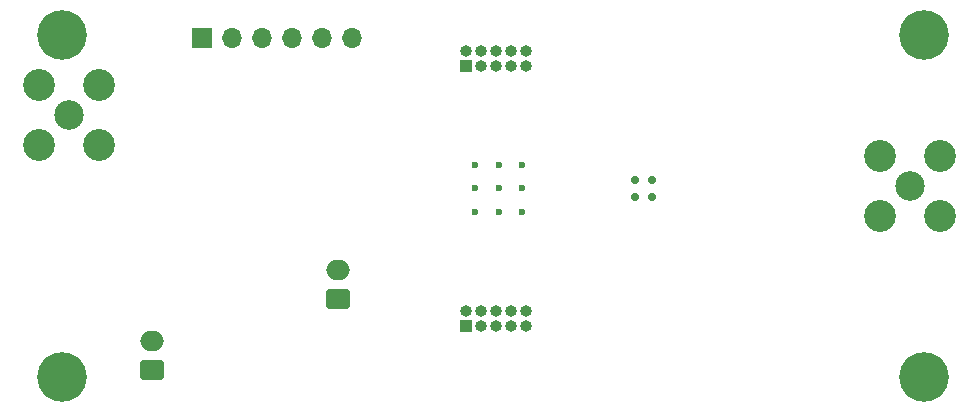
<source format=gbs>
%TF.GenerationSoftware,KiCad,Pcbnew,(6.0.7)*%
%TF.CreationDate,2022-08-15T11:29:02+02:00*%
%TF.ProjectId,atsd_tracker,61747364-5f74-4726-9163-6b65722e6b69,rev?*%
%TF.SameCoordinates,Original*%
%TF.FileFunction,Soldermask,Bot*%
%TF.FilePolarity,Negative*%
%FSLAX46Y46*%
G04 Gerber Fmt 4.6, Leading zero omitted, Abs format (unit mm)*
G04 Created by KiCad (PCBNEW (6.0.7)) date 2022-08-15 11:29:02*
%MOMM*%
%LPD*%
G01*
G04 APERTURE LIST*
G04 Aperture macros list*
%AMRoundRect*
0 Rectangle with rounded corners*
0 $1 Rounding radius*
0 $2 $3 $4 $5 $6 $7 $8 $9 X,Y pos of 4 corners*
0 Add a 4 corners polygon primitive as box body*
4,1,4,$2,$3,$4,$5,$6,$7,$8,$9,$2,$3,0*
0 Add four circle primitives for the rounded corners*
1,1,$1+$1,$2,$3*
1,1,$1+$1,$4,$5*
1,1,$1+$1,$6,$7*
1,1,$1+$1,$8,$9*
0 Add four rect primitives between the rounded corners*
20,1,$1+$1,$2,$3,$4,$5,0*
20,1,$1+$1,$4,$5,$6,$7,0*
20,1,$1+$1,$6,$7,$8,$9,0*
20,1,$1+$1,$8,$9,$2,$3,0*%
G04 Aperture macros list end*
%ADD10C,4.200000*%
%ADD11C,2.500000*%
%ADD12C,2.700000*%
%ADD13RoundRect,0.250000X0.750000X-0.600000X0.750000X0.600000X-0.750000X0.600000X-0.750000X-0.600000X0*%
%ADD14O,2.000000X1.700000*%
%ADD15C,0.600000*%
%ADD16R,1.000000X1.000000*%
%ADD17O,1.000000X1.000000*%
%ADD18R,1.700000X1.700000*%
%ADD19O,1.700000X1.700000*%
%ADD20C,0.737500*%
G04 APERTURE END LIST*
D10*
%TO.C,TP103*%
X134000000Y-110000000D03*
%TD*%
D11*
%TO.C,J105*%
X132800000Y-93800000D03*
D12*
X130260000Y-96340000D03*
X135340000Y-91260000D03*
X130260000Y-91260000D03*
X135340000Y-96340000D03*
%TD*%
D13*
%TO.C,J101*%
X68670000Y-109400000D03*
D14*
X68670000Y-106900000D03*
%TD*%
D15*
%TO.C,U103*%
X98000000Y-96000000D03*
X98000000Y-92000000D03*
X96000000Y-94000000D03*
X98000000Y-94000000D03*
X96000000Y-96000000D03*
X100000000Y-94000000D03*
X96000000Y-92000000D03*
X100000000Y-96000000D03*
X100000000Y-92000000D03*
%TD*%
D11*
%TO.C,J106*%
X61642500Y-87750000D03*
D12*
X59102500Y-85210000D03*
X64182500Y-90290000D03*
X59102500Y-90290000D03*
X64182500Y-85210000D03*
%TD*%
D10*
%TO.C,TP101*%
X134000000Y-81000000D03*
%TD*%
D16*
%TO.C,J103*%
X95200000Y-83625000D03*
D17*
X95200000Y-82355000D03*
X96470000Y-83625000D03*
X96470000Y-82355000D03*
X97740000Y-83625000D03*
X97740000Y-82355000D03*
X99010000Y-83625000D03*
X99010000Y-82355000D03*
X100280000Y-83625000D03*
X100280000Y-82355000D03*
%TD*%
D13*
%TO.C,J102*%
X84420000Y-103400000D03*
D14*
X84420000Y-100900000D03*
%TD*%
D10*
%TO.C,TP104*%
X61000000Y-110000000D03*
%TD*%
D18*
%TO.C,J107*%
X72900000Y-81250000D03*
D19*
X75440000Y-81250000D03*
X77980000Y-81250000D03*
X80520000Y-81250000D03*
X83060000Y-81250000D03*
X85600000Y-81250000D03*
%TD*%
D16*
%TO.C,J104*%
X95200000Y-105625000D03*
D17*
X95200000Y-104355000D03*
X96470000Y-105625000D03*
X96470000Y-104355000D03*
X97740000Y-105625000D03*
X97740000Y-104355000D03*
X99010000Y-105625000D03*
X99010000Y-104355000D03*
X100280000Y-105625000D03*
X100280000Y-104355000D03*
%TD*%
D10*
%TO.C,TP102*%
X61000000Y-81000000D03*
%TD*%
D20*
%TO.C,U106*%
X109512500Y-93262500D03*
X109512500Y-94737500D03*
X110987500Y-94737500D03*
X110987500Y-93262500D03*
%TD*%
M02*

</source>
